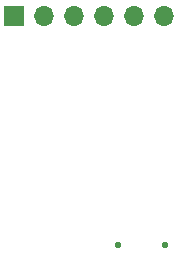
<source format=gbr>
%TF.GenerationSoftware,KiCad,Pcbnew,(5.1.10)-1*%
%TF.CreationDate,2021-05-26T11:20:56+00:00*%
%TF.ProjectId,esp32_programmer,65737033-325f-4707-926f-6772616d6d65,rev?*%
%TF.SameCoordinates,Original*%
%TF.FileFunction,Soldermask,Bot*%
%TF.FilePolarity,Negative*%
%FSLAX46Y46*%
G04 Gerber Fmt 4.6, Leading zero omitted, Abs format (unit mm)*
G04 Created by KiCad (PCBNEW (5.1.10)-1) date 2021-05-26 11:20:56*
%MOMM*%
%LPD*%
G01*
G04 APERTURE LIST*
%ADD10C,0.550000*%
%ADD11R,1.700000X1.700000*%
%ADD12O,1.700000X1.700000*%
G04 APERTURE END LIST*
D10*
%TO.C,J1*%
X128523300Y-85139060D03*
X132523300Y-85139060D03*
%TD*%
D11*
%TO.C,J2*%
X119750000Y-65750000D03*
D12*
X122290000Y-65750000D03*
X124830000Y-65750000D03*
X127370000Y-65750000D03*
X129910000Y-65750000D03*
X132450000Y-65750000D03*
%TD*%
M02*

</source>
